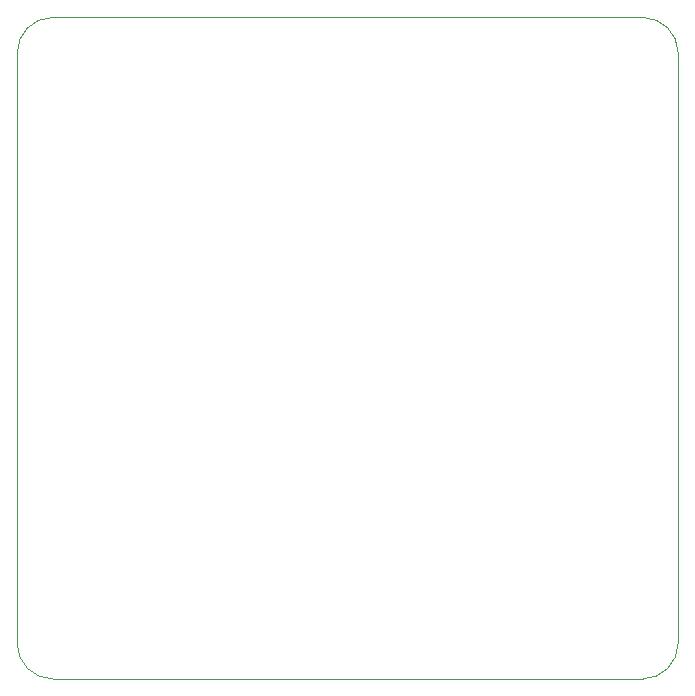
<source format=gbr>
%TF.GenerationSoftware,KiCad,Pcbnew,8.0.6*%
%TF.CreationDate,2024-10-19T21:44:57+02:00*%
%TF.ProjectId,595-PM-EXT,3539352d-504d-42d4-9558-542e6b696361,rev?*%
%TF.SameCoordinates,Original*%
%TF.FileFunction,Profile,NP*%
%FSLAX46Y46*%
G04 Gerber Fmt 4.6, Leading zero omitted, Abs format (unit mm)*
G04 Created by KiCad (PCBNEW 8.0.6) date 2024-10-19 21:44:57*
%MOMM*%
%LPD*%
G01*
G04 APERTURE LIST*
%TA.AperFunction,Profile*%
%ADD10C,0.100000*%
%TD*%
G04 APERTURE END LIST*
D10*
X102800000Y-105500000D02*
G75*
G02*
X99800000Y-102500000I0J3000000D01*
G01*
X155760000Y-102500000D02*
G75*
G02*
X152760000Y-105500000I-3000000J0D01*
G01*
X99800000Y-52500000D02*
X99800000Y-86500000D01*
X152760000Y-49500000D02*
G75*
G02*
X155760000Y-52500000I0J-3000000D01*
G01*
X102800000Y-105500000D02*
X152760000Y-105500000D01*
X152760000Y-49500000D02*
X102800000Y-49500000D01*
X99800000Y-86500000D02*
X99800000Y-102500000D01*
X99800000Y-52500000D02*
G75*
G02*
X102800000Y-49500000I3000000J0D01*
G01*
X155760000Y-102500000D02*
X155760000Y-52500000D01*
M02*

</source>
